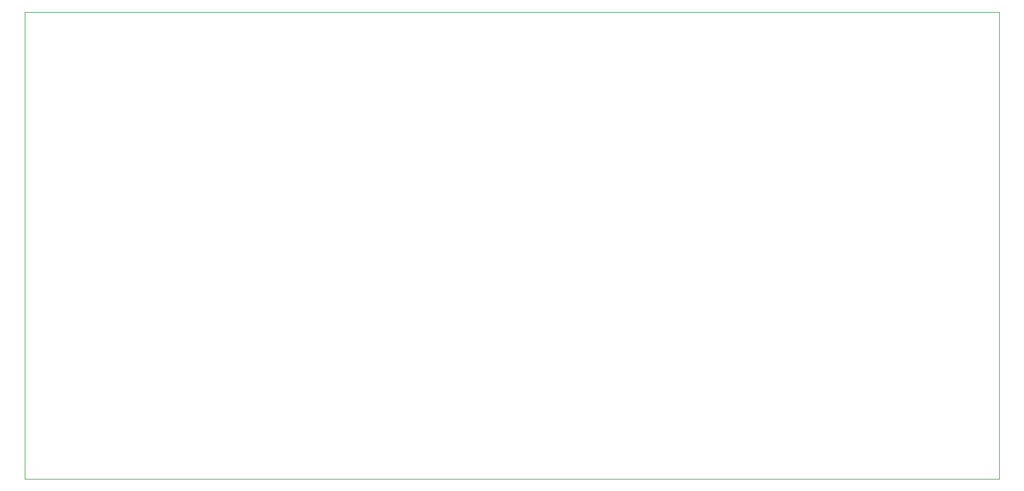
<source format=gbr>
%TF.GenerationSoftware,KiCad,Pcbnew,7.0.7*%
%TF.CreationDate,2023-08-27T17:08:45+10:00*%
%TF.ProjectId,PowerSupply,506f7765-7253-4757-9070-6c792e6b6963,rev?*%
%TF.SameCoordinates,Original*%
%TF.FileFunction,Profile,NP*%
%FSLAX46Y46*%
G04 Gerber Fmt 4.6, Leading zero omitted, Abs format (unit mm)*
G04 Created by KiCad (PCBNEW 7.0.7) date 2023-08-27 17:08:45*
%MOMM*%
%LPD*%
G01*
G04 APERTURE LIST*
%TA.AperFunction,Profile*%
%ADD10C,0.100000*%
%TD*%
G04 APERTURE END LIST*
D10*
X191300000Y-136500000D02*
X191300000Y-67750000D01*
X48000000Y-136500000D02*
X191300000Y-136500000D01*
X48000000Y-67750000D02*
X48000000Y-136500000D01*
X191300000Y-67750000D02*
X48000000Y-67750000D01*
M02*

</source>
